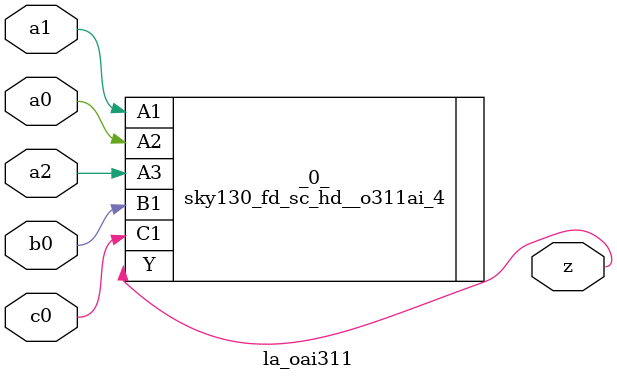
<source format=v>

/* Generated by Yosys 0.44 (git sha1 80ba43d26, g++ 11.4.0-1ubuntu1~22.04 -fPIC -O3) */

(* top =  1  *)
(* src = "generated" *)
module la_oai311 (
    a0,
    a1,
    a2,
    b0,
    c0,
    z
);
  (* src = "generated" *)
  input a0;
  wire a0;
  (* src = "generated" *)
  input a1;
  wire a1;
  (* src = "generated" *)
  input a2;
  wire a2;
  (* src = "generated" *)
  input b0;
  wire b0;
  (* src = "generated" *)
  input c0;
  wire c0;
  (* src = "generated" *)
  output z;
  wire z;
  sky130_fd_sc_hd__o311ai_4 _0_ (
      .A1(a1),
      .A2(a0),
      .A3(a2),
      .B1(b0),
      .C1(c0),
      .Y (z)
  );
endmodule

</source>
